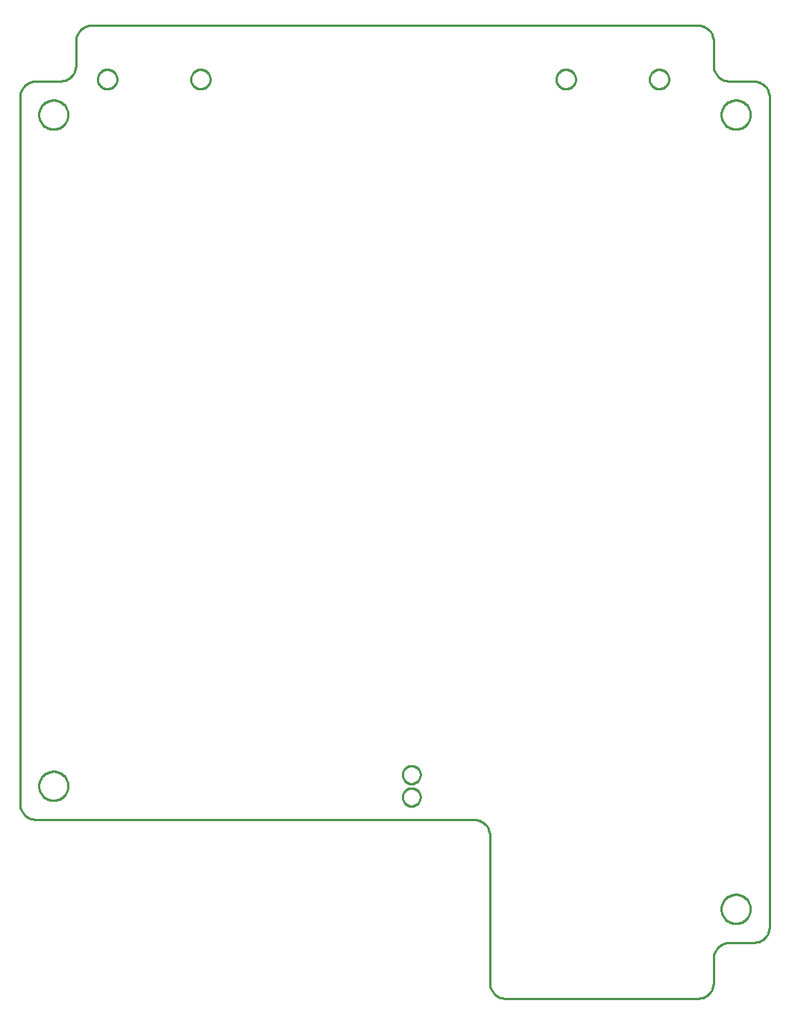
<source format=gbr>
G04 EAGLE Gerber RS-274X export*
G75*
%MOMM*%
%FSLAX34Y34*%
%LPD*%
%IN*%
%IPPOS*%
%AMOC8*
5,1,8,0,0,1.08239X$1,22.5*%
G01*
%ADD10C,0.254000*%


D10*
X0Y221161D02*
X68Y219595D01*
X273Y218042D01*
X612Y216512D01*
X1083Y215018D01*
X1683Y213570D01*
X2406Y212180D01*
X3248Y210859D01*
X4202Y209616D01*
X5261Y208461D01*
X6416Y207402D01*
X7659Y206448D01*
X8980Y205606D01*
X10370Y204883D01*
X11818Y204283D01*
X13312Y203812D01*
X14842Y203473D01*
X16395Y203268D01*
X17961Y203200D01*
X515440Y203200D01*
X517005Y203132D01*
X518558Y202927D01*
X520088Y202588D01*
X521582Y202117D01*
X523030Y201517D01*
X524420Y200794D01*
X525741Y199952D01*
X526984Y198998D01*
X528140Y197940D01*
X529198Y196784D01*
X530152Y195541D01*
X530994Y194220D01*
X531717Y192830D01*
X532317Y191382D01*
X532788Y189888D01*
X533127Y188358D01*
X533332Y186805D01*
X533400Y185240D01*
X533400Y17961D01*
X533468Y16395D01*
X533673Y14842D01*
X534012Y13312D01*
X534483Y11818D01*
X535083Y10370D01*
X535806Y8980D01*
X536648Y7659D01*
X537602Y6416D01*
X538661Y5261D01*
X539816Y4202D01*
X541059Y3248D01*
X542380Y2406D01*
X543770Y1683D01*
X545218Y1083D01*
X546712Y612D01*
X548242Y273D01*
X549795Y68D01*
X551361Y0D01*
X769440Y0D01*
X771005Y68D01*
X772558Y273D01*
X774088Y612D01*
X775582Y1083D01*
X777030Y1683D01*
X778420Y2406D01*
X779741Y3248D01*
X780984Y4202D01*
X782140Y5261D01*
X783198Y6416D01*
X784152Y7659D01*
X784994Y8980D01*
X785717Y10370D01*
X786317Y11818D01*
X786788Y13312D01*
X787127Y14842D01*
X787332Y16395D01*
X787400Y17961D01*
X787400Y45540D01*
X787468Y47105D01*
X787673Y48658D01*
X788012Y50188D01*
X788483Y51682D01*
X789083Y53130D01*
X789806Y54520D01*
X790648Y55841D01*
X791602Y57084D01*
X792661Y58240D01*
X793816Y59298D01*
X795059Y60252D01*
X796380Y61094D01*
X797770Y61817D01*
X799218Y62417D01*
X800712Y62888D01*
X802242Y63227D01*
X803795Y63432D01*
X805361Y63500D01*
X832940Y63500D01*
X834505Y63568D01*
X836058Y63773D01*
X837588Y64112D01*
X839082Y64583D01*
X840530Y65183D01*
X841920Y65906D01*
X843241Y66748D01*
X844484Y67702D01*
X845640Y68761D01*
X846698Y69916D01*
X847652Y71159D01*
X848494Y72480D01*
X849217Y73870D01*
X849817Y75318D01*
X850288Y76812D01*
X850627Y78342D01*
X850832Y79895D01*
X850900Y81461D01*
X850900Y1023440D01*
X850832Y1025005D01*
X850627Y1026558D01*
X850288Y1028088D01*
X849817Y1029582D01*
X849217Y1031030D01*
X848494Y1032420D01*
X847652Y1033741D01*
X846698Y1034984D01*
X845640Y1036140D01*
X844484Y1037198D01*
X843241Y1038152D01*
X841920Y1038994D01*
X840530Y1039717D01*
X839082Y1040317D01*
X837588Y1040788D01*
X836058Y1041127D01*
X834505Y1041332D01*
X832940Y1041400D01*
X805361Y1041400D01*
X803795Y1041468D01*
X802242Y1041673D01*
X800712Y1042012D01*
X799218Y1042483D01*
X797770Y1043083D01*
X796380Y1043806D01*
X795059Y1044648D01*
X793816Y1045602D01*
X792661Y1046661D01*
X791602Y1047816D01*
X790648Y1049059D01*
X789806Y1050380D01*
X789083Y1051770D01*
X788483Y1053218D01*
X788012Y1054712D01*
X787673Y1056242D01*
X787468Y1057795D01*
X787400Y1059361D01*
X787400Y1086940D01*
X787332Y1088505D01*
X787127Y1090058D01*
X786788Y1091588D01*
X786317Y1093082D01*
X785717Y1094530D01*
X784994Y1095920D01*
X784152Y1097241D01*
X783198Y1098484D01*
X782140Y1099640D01*
X780984Y1100698D01*
X779741Y1101652D01*
X778420Y1102494D01*
X777030Y1103217D01*
X775582Y1103817D01*
X774088Y1104288D01*
X772558Y1104627D01*
X771005Y1104832D01*
X769440Y1104900D01*
X81461Y1104900D01*
X79895Y1104832D01*
X78342Y1104627D01*
X76812Y1104288D01*
X75318Y1103817D01*
X73870Y1103217D01*
X72480Y1102494D01*
X71159Y1101652D01*
X69916Y1100698D01*
X68761Y1099640D01*
X67702Y1098484D01*
X66748Y1097241D01*
X65906Y1095920D01*
X65183Y1094530D01*
X64583Y1093082D01*
X64112Y1091588D01*
X63773Y1090058D01*
X63568Y1088505D01*
X63500Y1086940D01*
X63500Y1059361D01*
X63432Y1057795D01*
X63227Y1056242D01*
X62888Y1054712D01*
X62417Y1053218D01*
X61817Y1051770D01*
X61094Y1050380D01*
X60252Y1049059D01*
X59298Y1047816D01*
X58240Y1046661D01*
X57084Y1045602D01*
X55841Y1044648D01*
X54520Y1043806D01*
X53130Y1043083D01*
X51682Y1042483D01*
X50188Y1042012D01*
X48658Y1041673D01*
X47105Y1041468D01*
X45540Y1041400D01*
X17961Y1041400D01*
X16395Y1041332D01*
X14842Y1041127D01*
X13312Y1040788D01*
X11818Y1040317D01*
X10370Y1039717D01*
X8980Y1038994D01*
X7659Y1038152D01*
X6416Y1037198D01*
X5261Y1036140D01*
X4202Y1034984D01*
X3248Y1033741D01*
X2406Y1032420D01*
X1683Y1031030D01*
X1083Y1029582D01*
X612Y1028088D01*
X273Y1026558D01*
X68Y1025005D01*
X0Y1023440D01*
X0Y221161D01*
X454660Y228156D02*
X454583Y227273D01*
X454429Y226399D01*
X454199Y225542D01*
X453896Y224708D01*
X453521Y223904D01*
X453077Y223136D01*
X452568Y222409D01*
X451998Y221729D01*
X451371Y221102D01*
X450691Y220532D01*
X449964Y220023D01*
X449196Y219579D01*
X448392Y219204D01*
X447558Y218901D01*
X446701Y218671D01*
X445827Y218517D01*
X444944Y218440D01*
X444056Y218440D01*
X443173Y218517D01*
X442299Y218671D01*
X441442Y218901D01*
X440608Y219204D01*
X439804Y219579D01*
X439036Y220023D01*
X438309Y220532D01*
X437629Y221102D01*
X437002Y221729D01*
X436432Y222409D01*
X435923Y223136D01*
X435479Y223904D01*
X435104Y224708D01*
X434801Y225542D01*
X434571Y226399D01*
X434417Y227273D01*
X434340Y228156D01*
X434340Y229044D01*
X434417Y229927D01*
X434571Y230801D01*
X434801Y231658D01*
X435104Y232492D01*
X435479Y233296D01*
X435923Y234064D01*
X436432Y234791D01*
X437002Y235471D01*
X437629Y236098D01*
X438309Y236668D01*
X439036Y237177D01*
X439804Y237621D01*
X440608Y237996D01*
X441442Y238299D01*
X442299Y238529D01*
X443173Y238683D01*
X444056Y238760D01*
X444944Y238760D01*
X445827Y238683D01*
X446701Y238529D01*
X447558Y238299D01*
X448392Y237996D01*
X449196Y237621D01*
X449964Y237177D01*
X450691Y236668D01*
X451371Y236098D01*
X451998Y235471D01*
X452568Y234791D01*
X453077Y234064D01*
X453521Y233296D01*
X453896Y232492D01*
X454199Y231658D01*
X454429Y230801D01*
X454583Y229927D01*
X454660Y229044D01*
X454660Y228156D01*
X454660Y253556D02*
X454583Y252673D01*
X454429Y251799D01*
X454199Y250942D01*
X453896Y250108D01*
X453521Y249304D01*
X453077Y248536D01*
X452568Y247809D01*
X451998Y247129D01*
X451371Y246502D01*
X450691Y245932D01*
X449964Y245423D01*
X449196Y244979D01*
X448392Y244604D01*
X447558Y244301D01*
X446701Y244071D01*
X445827Y243917D01*
X444944Y243840D01*
X444056Y243840D01*
X443173Y243917D01*
X442299Y244071D01*
X441442Y244301D01*
X440608Y244604D01*
X439804Y244979D01*
X439036Y245423D01*
X438309Y245932D01*
X437629Y246502D01*
X437002Y247129D01*
X436432Y247809D01*
X435923Y248536D01*
X435479Y249304D01*
X435104Y250108D01*
X434801Y250942D01*
X434571Y251799D01*
X434417Y252673D01*
X434340Y253556D01*
X434340Y254444D01*
X434417Y255327D01*
X434571Y256201D01*
X434801Y257058D01*
X435104Y257892D01*
X435479Y258696D01*
X435923Y259464D01*
X436432Y260191D01*
X437002Y260871D01*
X437629Y261498D01*
X438309Y262068D01*
X439036Y262577D01*
X439804Y263021D01*
X440608Y263396D01*
X441442Y263699D01*
X442299Y263929D01*
X443173Y264083D01*
X444056Y264160D01*
X444944Y264160D01*
X445827Y264083D01*
X446701Y263929D01*
X447558Y263699D01*
X448392Y263396D01*
X449196Y263021D01*
X449964Y262577D01*
X450691Y262068D01*
X451371Y261498D01*
X451998Y260871D01*
X452568Y260191D01*
X453077Y259464D01*
X453521Y258696D01*
X453896Y257892D01*
X454199Y257058D01*
X454429Y256201D01*
X454583Y255327D01*
X454660Y254444D01*
X454660Y253556D01*
X725368Y1032600D02*
X724506Y1032668D01*
X723652Y1032803D01*
X722812Y1033005D01*
X721990Y1033272D01*
X721191Y1033603D01*
X720421Y1033995D01*
X719684Y1034447D01*
X718985Y1034955D01*
X718327Y1035516D01*
X717716Y1036127D01*
X717155Y1036785D01*
X716647Y1037484D01*
X716195Y1038221D01*
X715803Y1038991D01*
X715472Y1039790D01*
X715205Y1040612D01*
X715003Y1041452D01*
X714868Y1042306D01*
X714800Y1043168D01*
X714800Y1044032D01*
X714868Y1044894D01*
X715003Y1045748D01*
X715205Y1046588D01*
X715472Y1047410D01*
X715803Y1048209D01*
X716195Y1048979D01*
X716647Y1049716D01*
X717155Y1050415D01*
X717716Y1051073D01*
X718327Y1051684D01*
X718985Y1052245D01*
X719684Y1052753D01*
X720421Y1053205D01*
X721191Y1053597D01*
X721990Y1053928D01*
X722812Y1054195D01*
X723652Y1054397D01*
X724506Y1054532D01*
X725368Y1054600D01*
X726232Y1054600D01*
X727094Y1054532D01*
X727948Y1054397D01*
X728788Y1054195D01*
X729610Y1053928D01*
X730409Y1053597D01*
X731179Y1053205D01*
X731916Y1052753D01*
X732615Y1052245D01*
X733273Y1051684D01*
X733884Y1051073D01*
X734445Y1050415D01*
X734953Y1049716D01*
X735405Y1048979D01*
X735797Y1048209D01*
X736128Y1047410D01*
X736395Y1046588D01*
X736597Y1045748D01*
X736732Y1044894D01*
X736800Y1044032D01*
X736800Y1043168D01*
X736732Y1042306D01*
X736597Y1041452D01*
X736395Y1040612D01*
X736128Y1039790D01*
X735797Y1038991D01*
X735405Y1038221D01*
X734953Y1037484D01*
X734445Y1036785D01*
X733884Y1036127D01*
X733273Y1035516D01*
X732615Y1034955D01*
X731916Y1034447D01*
X731179Y1033995D01*
X730409Y1033603D01*
X729610Y1033272D01*
X728788Y1033005D01*
X727948Y1032803D01*
X727094Y1032668D01*
X726232Y1032600D01*
X725368Y1032600D01*
X619368Y1032600D02*
X618506Y1032668D01*
X617652Y1032803D01*
X616812Y1033005D01*
X615990Y1033272D01*
X615191Y1033603D01*
X614421Y1033995D01*
X613684Y1034447D01*
X612985Y1034955D01*
X612327Y1035516D01*
X611716Y1036127D01*
X611155Y1036785D01*
X610647Y1037484D01*
X610195Y1038221D01*
X609803Y1038991D01*
X609472Y1039790D01*
X609205Y1040612D01*
X609003Y1041452D01*
X608868Y1042306D01*
X608800Y1043168D01*
X608800Y1044032D01*
X608868Y1044894D01*
X609003Y1045748D01*
X609205Y1046588D01*
X609472Y1047410D01*
X609803Y1048209D01*
X610195Y1048979D01*
X610647Y1049716D01*
X611155Y1050415D01*
X611716Y1051073D01*
X612327Y1051684D01*
X612985Y1052245D01*
X613684Y1052753D01*
X614421Y1053205D01*
X615191Y1053597D01*
X615990Y1053928D01*
X616812Y1054195D01*
X617652Y1054397D01*
X618506Y1054532D01*
X619368Y1054600D01*
X620232Y1054600D01*
X621094Y1054532D01*
X621948Y1054397D01*
X622788Y1054195D01*
X623610Y1053928D01*
X624409Y1053597D01*
X625179Y1053205D01*
X625916Y1052753D01*
X626615Y1052245D01*
X627273Y1051684D01*
X627884Y1051073D01*
X628445Y1050415D01*
X628953Y1049716D01*
X629405Y1048979D01*
X629797Y1048209D01*
X630128Y1047410D01*
X630395Y1046588D01*
X630597Y1045748D01*
X630732Y1044894D01*
X630800Y1044032D01*
X630800Y1043168D01*
X630732Y1042306D01*
X630597Y1041452D01*
X630395Y1040612D01*
X630128Y1039790D01*
X629797Y1038991D01*
X629405Y1038221D01*
X628953Y1037484D01*
X628445Y1036785D01*
X627884Y1036127D01*
X627273Y1035516D01*
X626615Y1034955D01*
X625916Y1034447D01*
X625179Y1033995D01*
X624409Y1033603D01*
X623610Y1033272D01*
X622788Y1033005D01*
X621948Y1032803D01*
X621094Y1032668D01*
X620232Y1032600D01*
X619368Y1032600D01*
X204668Y1032600D02*
X203806Y1032668D01*
X202952Y1032803D01*
X202112Y1033005D01*
X201290Y1033272D01*
X200491Y1033603D01*
X199721Y1033995D01*
X198984Y1034447D01*
X198285Y1034955D01*
X197627Y1035516D01*
X197016Y1036127D01*
X196455Y1036785D01*
X195947Y1037484D01*
X195495Y1038221D01*
X195103Y1038991D01*
X194772Y1039790D01*
X194505Y1040612D01*
X194303Y1041452D01*
X194168Y1042306D01*
X194100Y1043168D01*
X194100Y1044032D01*
X194168Y1044894D01*
X194303Y1045748D01*
X194505Y1046588D01*
X194772Y1047410D01*
X195103Y1048209D01*
X195495Y1048979D01*
X195947Y1049716D01*
X196455Y1050415D01*
X197016Y1051073D01*
X197627Y1051684D01*
X198285Y1052245D01*
X198984Y1052753D01*
X199721Y1053205D01*
X200491Y1053597D01*
X201290Y1053928D01*
X202112Y1054195D01*
X202952Y1054397D01*
X203806Y1054532D01*
X204668Y1054600D01*
X205532Y1054600D01*
X206394Y1054532D01*
X207248Y1054397D01*
X208088Y1054195D01*
X208910Y1053928D01*
X209709Y1053597D01*
X210479Y1053205D01*
X211216Y1052753D01*
X211915Y1052245D01*
X212573Y1051684D01*
X213184Y1051073D01*
X213745Y1050415D01*
X214253Y1049716D01*
X214705Y1048979D01*
X215097Y1048209D01*
X215428Y1047410D01*
X215695Y1046588D01*
X215897Y1045748D01*
X216032Y1044894D01*
X216100Y1044032D01*
X216100Y1043168D01*
X216032Y1042306D01*
X215897Y1041452D01*
X215695Y1040612D01*
X215428Y1039790D01*
X215097Y1038991D01*
X214705Y1038221D01*
X214253Y1037484D01*
X213745Y1036785D01*
X213184Y1036127D01*
X212573Y1035516D01*
X211915Y1034955D01*
X211216Y1034447D01*
X210479Y1033995D01*
X209709Y1033603D01*
X208910Y1033272D01*
X208088Y1033005D01*
X207248Y1032803D01*
X206394Y1032668D01*
X205532Y1032600D01*
X204668Y1032600D01*
X98668Y1032600D02*
X97806Y1032668D01*
X96952Y1032803D01*
X96112Y1033005D01*
X95290Y1033272D01*
X94491Y1033603D01*
X93721Y1033995D01*
X92984Y1034447D01*
X92285Y1034955D01*
X91627Y1035516D01*
X91016Y1036127D01*
X90455Y1036785D01*
X89947Y1037484D01*
X89495Y1038221D01*
X89103Y1038991D01*
X88772Y1039790D01*
X88505Y1040612D01*
X88303Y1041452D01*
X88168Y1042306D01*
X88100Y1043168D01*
X88100Y1044032D01*
X88168Y1044894D01*
X88303Y1045748D01*
X88505Y1046588D01*
X88772Y1047410D01*
X89103Y1048209D01*
X89495Y1048979D01*
X89947Y1049716D01*
X90455Y1050415D01*
X91016Y1051073D01*
X91627Y1051684D01*
X92285Y1052245D01*
X92984Y1052753D01*
X93721Y1053205D01*
X94491Y1053597D01*
X95290Y1053928D01*
X96112Y1054195D01*
X96952Y1054397D01*
X97806Y1054532D01*
X98668Y1054600D01*
X99532Y1054600D01*
X100394Y1054532D01*
X101248Y1054397D01*
X102088Y1054195D01*
X102910Y1053928D01*
X103709Y1053597D01*
X104479Y1053205D01*
X105216Y1052753D01*
X105915Y1052245D01*
X106573Y1051684D01*
X107184Y1051073D01*
X107745Y1050415D01*
X108253Y1049716D01*
X108705Y1048979D01*
X109097Y1048209D01*
X109428Y1047410D01*
X109695Y1046588D01*
X109897Y1045748D01*
X110032Y1044894D01*
X110100Y1044032D01*
X110100Y1043168D01*
X110032Y1042306D01*
X109897Y1041452D01*
X109695Y1040612D01*
X109428Y1039790D01*
X109097Y1038991D01*
X108705Y1038221D01*
X108253Y1037484D01*
X107745Y1036785D01*
X107184Y1036127D01*
X106573Y1035516D01*
X105915Y1034955D01*
X105216Y1034447D01*
X104479Y1033995D01*
X103709Y1033603D01*
X102910Y1033272D01*
X102088Y1033005D01*
X101248Y1032803D01*
X100394Y1032668D01*
X99532Y1032600D01*
X98668Y1032600D01*
X829310Y101060D02*
X829239Y99981D01*
X829098Y98909D01*
X828887Y97849D01*
X828608Y96805D01*
X828260Y95781D01*
X827846Y94783D01*
X827368Y93813D01*
X826828Y92877D01*
X826227Y91978D01*
X825569Y91121D01*
X824857Y90308D01*
X824092Y89544D01*
X823279Y88831D01*
X822422Y88173D01*
X821523Y87572D01*
X820587Y87032D01*
X819617Y86554D01*
X818619Y86140D01*
X817595Y85792D01*
X816551Y85513D01*
X815491Y85302D01*
X814419Y85161D01*
X813340Y85090D01*
X812260Y85090D01*
X811181Y85161D01*
X810109Y85302D01*
X809049Y85513D01*
X808005Y85792D01*
X806981Y86140D01*
X805983Y86554D01*
X805013Y87032D01*
X804077Y87572D01*
X803178Y88173D01*
X802321Y88831D01*
X801508Y89544D01*
X800744Y90308D01*
X800031Y91121D01*
X799373Y91978D01*
X798772Y92877D01*
X798232Y93813D01*
X797754Y94783D01*
X797340Y95781D01*
X796992Y96805D01*
X796713Y97849D01*
X796502Y98909D01*
X796361Y99981D01*
X796290Y101060D01*
X796290Y102140D01*
X796361Y103219D01*
X796502Y104291D01*
X796713Y105351D01*
X796992Y106395D01*
X797340Y107419D01*
X797754Y108417D01*
X798232Y109387D01*
X798772Y110323D01*
X799373Y111222D01*
X800031Y112079D01*
X800744Y112892D01*
X801508Y113657D01*
X802321Y114369D01*
X803178Y115027D01*
X804077Y115628D01*
X805013Y116168D01*
X805983Y116646D01*
X806981Y117060D01*
X808005Y117408D01*
X809049Y117687D01*
X810109Y117898D01*
X811181Y118039D01*
X812260Y118110D01*
X813340Y118110D01*
X814419Y118039D01*
X815491Y117898D01*
X816551Y117687D01*
X817595Y117408D01*
X818619Y117060D01*
X819617Y116646D01*
X820587Y116168D01*
X821523Y115628D01*
X822422Y115027D01*
X823279Y114369D01*
X824092Y113657D01*
X824857Y112892D01*
X825569Y112079D01*
X826227Y111222D01*
X826828Y110323D01*
X827368Y109387D01*
X827846Y108417D01*
X828260Y107419D01*
X828608Y106395D01*
X828887Y105351D01*
X829098Y104291D01*
X829239Y103219D01*
X829310Y102140D01*
X829310Y101060D01*
X829310Y1002760D02*
X829239Y1001681D01*
X829098Y1000609D01*
X828887Y999549D01*
X828608Y998505D01*
X828260Y997481D01*
X827846Y996483D01*
X827368Y995513D01*
X826828Y994577D01*
X826227Y993678D01*
X825569Y992821D01*
X824857Y992008D01*
X824092Y991244D01*
X823279Y990531D01*
X822422Y989873D01*
X821523Y989272D01*
X820587Y988732D01*
X819617Y988254D01*
X818619Y987840D01*
X817595Y987492D01*
X816551Y987213D01*
X815491Y987002D01*
X814419Y986861D01*
X813340Y986790D01*
X812260Y986790D01*
X811181Y986861D01*
X810109Y987002D01*
X809049Y987213D01*
X808005Y987492D01*
X806981Y987840D01*
X805983Y988254D01*
X805013Y988732D01*
X804077Y989272D01*
X803178Y989873D01*
X802321Y990531D01*
X801508Y991244D01*
X800744Y992008D01*
X800031Y992821D01*
X799373Y993678D01*
X798772Y994577D01*
X798232Y995513D01*
X797754Y996483D01*
X797340Y997481D01*
X796992Y998505D01*
X796713Y999549D01*
X796502Y1000609D01*
X796361Y1001681D01*
X796290Y1002760D01*
X796290Y1003840D01*
X796361Y1004919D01*
X796502Y1005991D01*
X796713Y1007051D01*
X796992Y1008095D01*
X797340Y1009119D01*
X797754Y1010117D01*
X798232Y1011087D01*
X798772Y1012023D01*
X799373Y1012922D01*
X800031Y1013779D01*
X800744Y1014592D01*
X801508Y1015357D01*
X802321Y1016069D01*
X803178Y1016727D01*
X804077Y1017328D01*
X805013Y1017868D01*
X805983Y1018346D01*
X806981Y1018760D01*
X808005Y1019108D01*
X809049Y1019387D01*
X810109Y1019598D01*
X811181Y1019739D01*
X812260Y1019810D01*
X813340Y1019810D01*
X814419Y1019739D01*
X815491Y1019598D01*
X816551Y1019387D01*
X817595Y1019108D01*
X818619Y1018760D01*
X819617Y1018346D01*
X820587Y1017868D01*
X821523Y1017328D01*
X822422Y1016727D01*
X823279Y1016069D01*
X824092Y1015357D01*
X824857Y1014592D01*
X825569Y1013779D01*
X826227Y1012922D01*
X826828Y1012023D01*
X827368Y1011087D01*
X827846Y1010117D01*
X828260Y1009119D01*
X828608Y1008095D01*
X828887Y1007051D01*
X829098Y1005991D01*
X829239Y1004919D01*
X829310Y1003840D01*
X829310Y1002760D01*
X54610Y1002760D02*
X54539Y1001681D01*
X54398Y1000609D01*
X54187Y999549D01*
X53908Y998505D01*
X53560Y997481D01*
X53146Y996483D01*
X52668Y995513D01*
X52128Y994577D01*
X51527Y993678D01*
X50869Y992821D01*
X50157Y992008D01*
X49392Y991244D01*
X48579Y990531D01*
X47722Y989873D01*
X46823Y989272D01*
X45887Y988732D01*
X44917Y988254D01*
X43919Y987840D01*
X42895Y987492D01*
X41851Y987213D01*
X40791Y987002D01*
X39719Y986861D01*
X38640Y986790D01*
X37560Y986790D01*
X36481Y986861D01*
X35409Y987002D01*
X34349Y987213D01*
X33305Y987492D01*
X32281Y987840D01*
X31283Y988254D01*
X30313Y988732D01*
X29377Y989272D01*
X28478Y989873D01*
X27621Y990531D01*
X26808Y991244D01*
X26044Y992008D01*
X25331Y992821D01*
X24673Y993678D01*
X24072Y994577D01*
X23532Y995513D01*
X23054Y996483D01*
X22640Y997481D01*
X22292Y998505D01*
X22013Y999549D01*
X21802Y1000609D01*
X21661Y1001681D01*
X21590Y1002760D01*
X21590Y1003840D01*
X21661Y1004919D01*
X21802Y1005991D01*
X22013Y1007051D01*
X22292Y1008095D01*
X22640Y1009119D01*
X23054Y1010117D01*
X23532Y1011087D01*
X24072Y1012023D01*
X24673Y1012922D01*
X25331Y1013779D01*
X26044Y1014592D01*
X26808Y1015357D01*
X27621Y1016069D01*
X28478Y1016727D01*
X29377Y1017328D01*
X30313Y1017868D01*
X31283Y1018346D01*
X32281Y1018760D01*
X33305Y1019108D01*
X34349Y1019387D01*
X35409Y1019598D01*
X36481Y1019739D01*
X37560Y1019810D01*
X38640Y1019810D01*
X39719Y1019739D01*
X40791Y1019598D01*
X41851Y1019387D01*
X42895Y1019108D01*
X43919Y1018760D01*
X44917Y1018346D01*
X45887Y1017868D01*
X46823Y1017328D01*
X47722Y1016727D01*
X48579Y1016069D01*
X49392Y1015357D01*
X50157Y1014592D01*
X50869Y1013779D01*
X51527Y1012922D01*
X52128Y1012023D01*
X52668Y1011087D01*
X53146Y1010117D01*
X53560Y1009119D01*
X53908Y1008095D01*
X54187Y1007051D01*
X54398Y1005991D01*
X54539Y1004919D01*
X54610Y1003840D01*
X54610Y1002760D01*
X54610Y240760D02*
X54539Y239681D01*
X54398Y238609D01*
X54187Y237549D01*
X53908Y236505D01*
X53560Y235481D01*
X53146Y234483D01*
X52668Y233513D01*
X52128Y232577D01*
X51527Y231678D01*
X50869Y230821D01*
X50157Y230008D01*
X49392Y229244D01*
X48579Y228531D01*
X47722Y227873D01*
X46823Y227272D01*
X45887Y226732D01*
X44917Y226254D01*
X43919Y225840D01*
X42895Y225492D01*
X41851Y225213D01*
X40791Y225002D01*
X39719Y224861D01*
X38640Y224790D01*
X37560Y224790D01*
X36481Y224861D01*
X35409Y225002D01*
X34349Y225213D01*
X33305Y225492D01*
X32281Y225840D01*
X31283Y226254D01*
X30313Y226732D01*
X29377Y227272D01*
X28478Y227873D01*
X27621Y228531D01*
X26808Y229244D01*
X26044Y230008D01*
X25331Y230821D01*
X24673Y231678D01*
X24072Y232577D01*
X23532Y233513D01*
X23054Y234483D01*
X22640Y235481D01*
X22292Y236505D01*
X22013Y237549D01*
X21802Y238609D01*
X21661Y239681D01*
X21590Y240760D01*
X21590Y241840D01*
X21661Y242919D01*
X21802Y243991D01*
X22013Y245051D01*
X22292Y246095D01*
X22640Y247119D01*
X23054Y248117D01*
X23532Y249087D01*
X24072Y250023D01*
X24673Y250922D01*
X25331Y251779D01*
X26044Y252592D01*
X26808Y253357D01*
X27621Y254069D01*
X28478Y254727D01*
X29377Y255328D01*
X30313Y255868D01*
X31283Y256346D01*
X32281Y256760D01*
X33305Y257108D01*
X34349Y257387D01*
X35409Y257598D01*
X36481Y257739D01*
X37560Y257810D01*
X38640Y257810D01*
X39719Y257739D01*
X40791Y257598D01*
X41851Y257387D01*
X42895Y257108D01*
X43919Y256760D01*
X44917Y256346D01*
X45887Y255868D01*
X46823Y255328D01*
X47722Y254727D01*
X48579Y254069D01*
X49392Y253357D01*
X50157Y252592D01*
X50869Y251779D01*
X51527Y250922D01*
X52128Y250023D01*
X52668Y249087D01*
X53146Y248117D01*
X53560Y247119D01*
X53908Y246095D01*
X54187Y245051D01*
X54398Y243991D01*
X54539Y242919D01*
X54610Y241840D01*
X54610Y240760D01*
M02*

</source>
